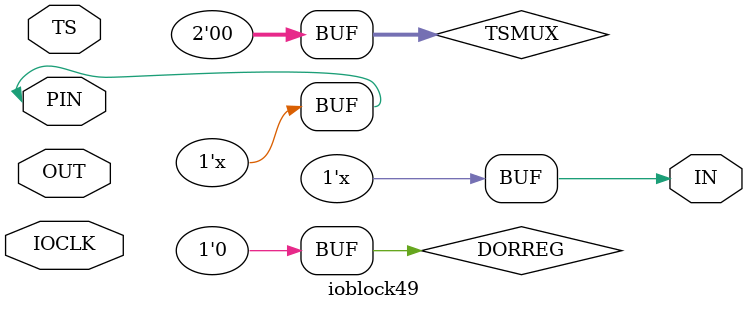
<source format=v>
module ioblock49(
	       inout  PIN,
	       input  TS,
	       input  OUT,
	       output IN,
	       input IOCLK
	       );
   
   reg 		     D;
   reg [2-1:0] 	     TSMUX;
   reg 		     DORREG;

   assign PIN = ( TSMUX == 2'b00 ) ? 1'bz : (( TSMUX == 2'b01 && TS == 1'b1 ) ? OUT : (( TSMUX == 2'b01 && TS == 1'b0 ) ? 1'bz : OUT));
   assign IN  = ( DORREG == 1'b0 ) ? PIN  : D;
   
   initial
     begin
	D=1'b0;
	TSMUX=2'b00;
	DORREG=1'b0;
     end
   
   always @(posedge IOCLK) D=PIN;
   
endmodule       

</source>
